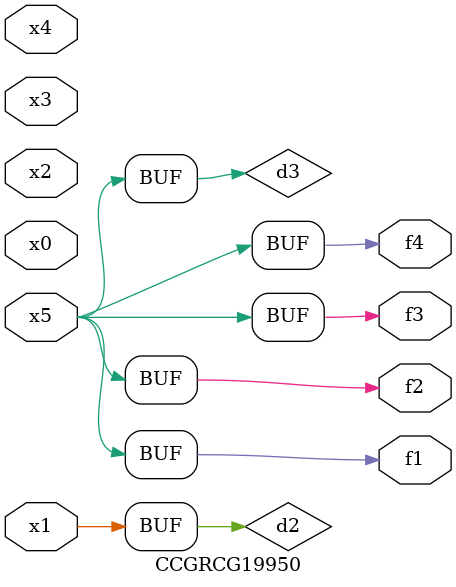
<source format=v>
module CCGRCG19950(
	input x0, x1, x2, x3, x4, x5,
	output f1, f2, f3, f4
);

	wire d1, d2, d3;

	not (d1, x5);
	or (d2, x1);
	xnor (d3, d1);
	assign f1 = d3;
	assign f2 = d3;
	assign f3 = d3;
	assign f4 = d3;
endmodule

</source>
